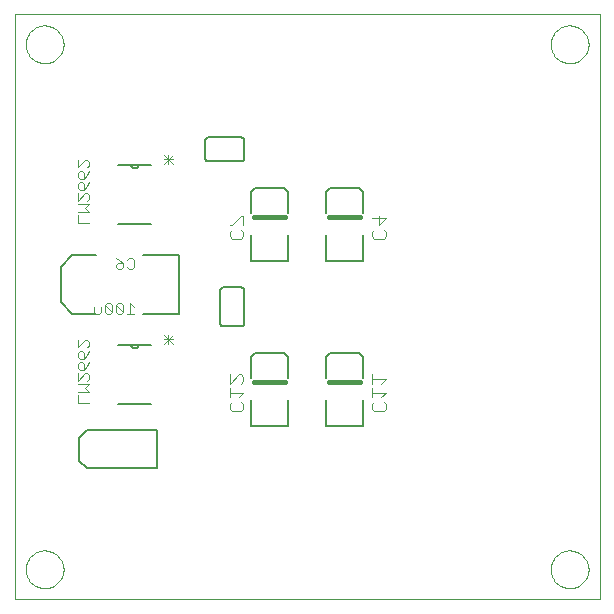
<source format=gbo>
G75*
%MOIN*%
%OFA0B0*%
%FSLAX24Y24*%
%IPPOS*%
%LPD*%
%AMOC8*
5,1,8,0,0,1.08239X$1,22.5*
%
%ADD10C,0.0000*%
%ADD11C,0.0030*%
%ADD12C,0.0060*%
%ADD13C,0.0050*%
%ADD14C,0.0080*%
%ADD15C,0.0157*%
%ADD16C,0.0040*%
D10*
X000100Y000100D02*
X000100Y019600D01*
X019600Y019600D01*
X019600Y000100D01*
X000100Y000100D01*
X000470Y001100D02*
X000472Y001150D01*
X000478Y001200D01*
X000488Y001249D01*
X000502Y001297D01*
X000519Y001344D01*
X000540Y001389D01*
X000565Y001433D01*
X000593Y001474D01*
X000625Y001513D01*
X000659Y001550D01*
X000696Y001584D01*
X000736Y001614D01*
X000778Y001641D01*
X000822Y001665D01*
X000868Y001686D01*
X000915Y001702D01*
X000963Y001715D01*
X001013Y001724D01*
X001062Y001729D01*
X001113Y001730D01*
X001163Y001727D01*
X001212Y001720D01*
X001261Y001709D01*
X001309Y001694D01*
X001355Y001676D01*
X001400Y001654D01*
X001443Y001628D01*
X001484Y001599D01*
X001523Y001567D01*
X001559Y001532D01*
X001591Y001494D01*
X001621Y001454D01*
X001648Y001411D01*
X001671Y001367D01*
X001690Y001321D01*
X001706Y001273D01*
X001718Y001224D01*
X001726Y001175D01*
X001730Y001125D01*
X001730Y001075D01*
X001726Y001025D01*
X001718Y000976D01*
X001706Y000927D01*
X001690Y000879D01*
X001671Y000833D01*
X001648Y000789D01*
X001621Y000746D01*
X001591Y000706D01*
X001559Y000668D01*
X001523Y000633D01*
X001484Y000601D01*
X001443Y000572D01*
X001400Y000546D01*
X001355Y000524D01*
X001309Y000506D01*
X001261Y000491D01*
X001212Y000480D01*
X001163Y000473D01*
X001113Y000470D01*
X001062Y000471D01*
X001013Y000476D01*
X000963Y000485D01*
X000915Y000498D01*
X000868Y000514D01*
X000822Y000535D01*
X000778Y000559D01*
X000736Y000586D01*
X000696Y000616D01*
X000659Y000650D01*
X000625Y000687D01*
X000593Y000726D01*
X000565Y000767D01*
X000540Y000811D01*
X000519Y000856D01*
X000502Y000903D01*
X000488Y000951D01*
X000478Y001000D01*
X000472Y001050D01*
X000470Y001100D01*
X000470Y018600D02*
X000472Y018650D01*
X000478Y018700D01*
X000488Y018749D01*
X000502Y018797D01*
X000519Y018844D01*
X000540Y018889D01*
X000565Y018933D01*
X000593Y018974D01*
X000625Y019013D01*
X000659Y019050D01*
X000696Y019084D01*
X000736Y019114D01*
X000778Y019141D01*
X000822Y019165D01*
X000868Y019186D01*
X000915Y019202D01*
X000963Y019215D01*
X001013Y019224D01*
X001062Y019229D01*
X001113Y019230D01*
X001163Y019227D01*
X001212Y019220D01*
X001261Y019209D01*
X001309Y019194D01*
X001355Y019176D01*
X001400Y019154D01*
X001443Y019128D01*
X001484Y019099D01*
X001523Y019067D01*
X001559Y019032D01*
X001591Y018994D01*
X001621Y018954D01*
X001648Y018911D01*
X001671Y018867D01*
X001690Y018821D01*
X001706Y018773D01*
X001718Y018724D01*
X001726Y018675D01*
X001730Y018625D01*
X001730Y018575D01*
X001726Y018525D01*
X001718Y018476D01*
X001706Y018427D01*
X001690Y018379D01*
X001671Y018333D01*
X001648Y018289D01*
X001621Y018246D01*
X001591Y018206D01*
X001559Y018168D01*
X001523Y018133D01*
X001484Y018101D01*
X001443Y018072D01*
X001400Y018046D01*
X001355Y018024D01*
X001309Y018006D01*
X001261Y017991D01*
X001212Y017980D01*
X001163Y017973D01*
X001113Y017970D01*
X001062Y017971D01*
X001013Y017976D01*
X000963Y017985D01*
X000915Y017998D01*
X000868Y018014D01*
X000822Y018035D01*
X000778Y018059D01*
X000736Y018086D01*
X000696Y018116D01*
X000659Y018150D01*
X000625Y018187D01*
X000593Y018226D01*
X000565Y018267D01*
X000540Y018311D01*
X000519Y018356D01*
X000502Y018403D01*
X000488Y018451D01*
X000478Y018500D01*
X000472Y018550D01*
X000470Y018600D01*
X017970Y018600D02*
X017972Y018650D01*
X017978Y018700D01*
X017988Y018749D01*
X018002Y018797D01*
X018019Y018844D01*
X018040Y018889D01*
X018065Y018933D01*
X018093Y018974D01*
X018125Y019013D01*
X018159Y019050D01*
X018196Y019084D01*
X018236Y019114D01*
X018278Y019141D01*
X018322Y019165D01*
X018368Y019186D01*
X018415Y019202D01*
X018463Y019215D01*
X018513Y019224D01*
X018562Y019229D01*
X018613Y019230D01*
X018663Y019227D01*
X018712Y019220D01*
X018761Y019209D01*
X018809Y019194D01*
X018855Y019176D01*
X018900Y019154D01*
X018943Y019128D01*
X018984Y019099D01*
X019023Y019067D01*
X019059Y019032D01*
X019091Y018994D01*
X019121Y018954D01*
X019148Y018911D01*
X019171Y018867D01*
X019190Y018821D01*
X019206Y018773D01*
X019218Y018724D01*
X019226Y018675D01*
X019230Y018625D01*
X019230Y018575D01*
X019226Y018525D01*
X019218Y018476D01*
X019206Y018427D01*
X019190Y018379D01*
X019171Y018333D01*
X019148Y018289D01*
X019121Y018246D01*
X019091Y018206D01*
X019059Y018168D01*
X019023Y018133D01*
X018984Y018101D01*
X018943Y018072D01*
X018900Y018046D01*
X018855Y018024D01*
X018809Y018006D01*
X018761Y017991D01*
X018712Y017980D01*
X018663Y017973D01*
X018613Y017970D01*
X018562Y017971D01*
X018513Y017976D01*
X018463Y017985D01*
X018415Y017998D01*
X018368Y018014D01*
X018322Y018035D01*
X018278Y018059D01*
X018236Y018086D01*
X018196Y018116D01*
X018159Y018150D01*
X018125Y018187D01*
X018093Y018226D01*
X018065Y018267D01*
X018040Y018311D01*
X018019Y018356D01*
X018002Y018403D01*
X017988Y018451D01*
X017978Y018500D01*
X017972Y018550D01*
X017970Y018600D01*
X017970Y001100D02*
X017972Y001150D01*
X017978Y001200D01*
X017988Y001249D01*
X018002Y001297D01*
X018019Y001344D01*
X018040Y001389D01*
X018065Y001433D01*
X018093Y001474D01*
X018125Y001513D01*
X018159Y001550D01*
X018196Y001584D01*
X018236Y001614D01*
X018278Y001641D01*
X018322Y001665D01*
X018368Y001686D01*
X018415Y001702D01*
X018463Y001715D01*
X018513Y001724D01*
X018562Y001729D01*
X018613Y001730D01*
X018663Y001727D01*
X018712Y001720D01*
X018761Y001709D01*
X018809Y001694D01*
X018855Y001676D01*
X018900Y001654D01*
X018943Y001628D01*
X018984Y001599D01*
X019023Y001567D01*
X019059Y001532D01*
X019091Y001494D01*
X019121Y001454D01*
X019148Y001411D01*
X019171Y001367D01*
X019190Y001321D01*
X019206Y001273D01*
X019218Y001224D01*
X019226Y001175D01*
X019230Y001125D01*
X019230Y001075D01*
X019226Y001025D01*
X019218Y000976D01*
X019206Y000927D01*
X019190Y000879D01*
X019171Y000833D01*
X019148Y000789D01*
X019121Y000746D01*
X019091Y000706D01*
X019059Y000668D01*
X019023Y000633D01*
X018984Y000601D01*
X018943Y000572D01*
X018900Y000546D01*
X018855Y000524D01*
X018809Y000506D01*
X018761Y000491D01*
X018712Y000480D01*
X018663Y000473D01*
X018613Y000470D01*
X018562Y000471D01*
X018513Y000476D01*
X018463Y000485D01*
X018415Y000498D01*
X018368Y000514D01*
X018322Y000535D01*
X018278Y000559D01*
X018236Y000586D01*
X018196Y000616D01*
X018159Y000650D01*
X018125Y000687D01*
X018093Y000726D01*
X018065Y000767D01*
X018040Y000811D01*
X018019Y000856D01*
X018002Y000903D01*
X017988Y000951D01*
X017978Y001000D01*
X017972Y001050D01*
X017970Y001100D01*
D11*
X005385Y008613D02*
X005071Y008927D01*
X005071Y008770D02*
X005385Y008770D01*
X005385Y008927D02*
X005071Y008613D01*
X005228Y008613D02*
X005228Y008927D01*
X004085Y009615D02*
X003838Y009615D01*
X003962Y009615D02*
X003962Y009985D01*
X004085Y009862D01*
X003717Y009924D02*
X003717Y009677D01*
X003470Y009924D01*
X003470Y009677D01*
X003532Y009615D01*
X003655Y009615D01*
X003717Y009677D01*
X003717Y009924D02*
X003655Y009985D01*
X003532Y009985D01*
X003470Y009924D01*
X003348Y009924D02*
X003348Y009677D01*
X003101Y009924D01*
X003101Y009677D01*
X003163Y009615D01*
X003287Y009615D01*
X003348Y009677D01*
X003348Y009924D02*
X003287Y009985D01*
X003163Y009985D01*
X003101Y009924D01*
X002980Y009862D02*
X002980Y009677D01*
X002918Y009615D01*
X002733Y009615D01*
X002733Y009862D01*
X002524Y008744D02*
X002585Y008682D01*
X002585Y008558D01*
X002524Y008497D01*
X002585Y008375D02*
X002524Y008252D01*
X002400Y008128D01*
X002400Y008314D01*
X002338Y008375D01*
X002277Y008375D01*
X002215Y008314D01*
X002215Y008190D01*
X002277Y008128D01*
X002400Y008128D01*
X002338Y008007D02*
X002400Y007945D01*
X002400Y007760D01*
X002277Y007760D01*
X002215Y007822D01*
X002215Y007945D01*
X002277Y008007D01*
X002338Y008007D01*
X002524Y007883D02*
X002400Y007760D01*
X002462Y007639D02*
X002524Y007639D01*
X002585Y007577D01*
X002585Y007453D01*
X002524Y007392D01*
X002585Y007270D02*
X002215Y007270D01*
X002215Y007392D02*
X002462Y007639D01*
X002215Y007639D02*
X002215Y007392D01*
X002462Y007147D02*
X002585Y007270D01*
X002462Y007147D02*
X002585Y007023D01*
X002215Y007023D01*
X002215Y006902D02*
X002215Y006655D01*
X002585Y006655D01*
X002524Y007883D02*
X002585Y008007D01*
X002215Y008497D02*
X002462Y008744D01*
X002524Y008744D01*
X002215Y008744D02*
X002215Y008497D01*
X003532Y011115D02*
X003470Y011177D01*
X003470Y011238D01*
X003532Y011300D01*
X003717Y011300D01*
X003717Y011177D01*
X003655Y011115D01*
X003532Y011115D01*
X003717Y011300D02*
X003593Y011424D01*
X003470Y011485D01*
X003838Y011424D02*
X003900Y011485D01*
X004023Y011485D01*
X004085Y011424D01*
X004085Y011177D01*
X004023Y011115D01*
X003900Y011115D01*
X003838Y011177D01*
X002585Y012655D02*
X002215Y012655D01*
X002215Y012902D01*
X002215Y013023D02*
X002585Y013023D01*
X002462Y013147D01*
X002585Y013270D01*
X002215Y013270D01*
X002215Y013392D02*
X002462Y013639D01*
X002524Y013639D01*
X002585Y013577D01*
X002585Y013453D01*
X002524Y013392D01*
X002215Y013392D02*
X002215Y013639D01*
X002277Y013760D02*
X002215Y013822D01*
X002215Y013945D01*
X002277Y014007D01*
X002338Y014007D01*
X002400Y013945D01*
X002400Y013760D01*
X002277Y013760D01*
X002400Y013760D02*
X002524Y013883D01*
X002585Y014007D01*
X002400Y014128D02*
X002400Y014314D01*
X002338Y014375D01*
X002277Y014375D01*
X002215Y014314D01*
X002215Y014190D01*
X002277Y014128D01*
X002400Y014128D01*
X002524Y014252D01*
X002585Y014375D01*
X002524Y014497D02*
X002585Y014558D01*
X002585Y014682D01*
X002524Y014744D01*
X002462Y014744D01*
X002215Y014497D01*
X002215Y014744D01*
X005071Y014770D02*
X005385Y014770D01*
X005385Y014613D02*
X005071Y014927D01*
X005228Y014927D02*
X005228Y014613D01*
X005071Y014613D02*
X005385Y014927D01*
D12*
X004640Y014580D02*
X004220Y014580D01*
X003560Y014580D01*
X003980Y014590D02*
X003981Y014569D01*
X003986Y014549D01*
X003994Y014529D01*
X004005Y014512D01*
X004019Y014496D01*
X004036Y014484D01*
X004054Y014474D01*
X004074Y014468D01*
X004095Y014465D01*
X004116Y014466D01*
X004136Y014471D01*
X004156Y014479D01*
X004173Y014490D01*
X004189Y014504D01*
X004201Y014521D01*
X004211Y014539D01*
X004217Y014559D01*
X004220Y014580D01*
X004640Y012620D02*
X003560Y012620D01*
X006450Y014800D02*
X006450Y015400D01*
X006452Y015417D01*
X006456Y015434D01*
X006463Y015450D01*
X006473Y015464D01*
X006486Y015477D01*
X006500Y015487D01*
X006516Y015494D01*
X006533Y015498D01*
X006550Y015500D01*
X007650Y015500D01*
X007667Y015498D01*
X007684Y015494D01*
X007700Y015487D01*
X007714Y015477D01*
X007727Y015464D01*
X007737Y015450D01*
X007744Y015434D01*
X007748Y015417D01*
X007750Y015400D01*
X007750Y014800D01*
X007748Y014783D01*
X007744Y014766D01*
X007737Y014750D01*
X007727Y014736D01*
X007714Y014723D01*
X007700Y014713D01*
X007684Y014706D01*
X007667Y014702D01*
X007650Y014700D01*
X006550Y014700D01*
X006533Y014702D01*
X006516Y014706D01*
X006500Y014713D01*
X006486Y014723D01*
X006473Y014736D01*
X006463Y014750D01*
X006456Y014766D01*
X006452Y014783D01*
X006450Y014800D01*
X007050Y010500D02*
X007650Y010500D01*
X007667Y010498D01*
X007684Y010494D01*
X007700Y010487D01*
X007714Y010477D01*
X007727Y010464D01*
X007737Y010450D01*
X007744Y010434D01*
X007748Y010417D01*
X007750Y010400D01*
X007750Y009300D01*
X007748Y009283D01*
X007744Y009266D01*
X007737Y009250D01*
X007727Y009236D01*
X007714Y009223D01*
X007700Y009213D01*
X007684Y009206D01*
X007667Y009202D01*
X007650Y009200D01*
X007050Y009200D01*
X007033Y009202D01*
X007016Y009206D01*
X007000Y009213D01*
X006986Y009223D01*
X006973Y009236D01*
X006963Y009250D01*
X006956Y009266D01*
X006952Y009283D01*
X006950Y009300D01*
X006950Y010400D01*
X006952Y010417D01*
X006956Y010434D01*
X006963Y010450D01*
X006973Y010464D01*
X006986Y010477D01*
X007000Y010487D01*
X007016Y010494D01*
X007033Y010498D01*
X007050Y010500D01*
X004640Y008580D02*
X004220Y008580D01*
X003560Y008580D01*
X003980Y008590D02*
X003981Y008569D01*
X003986Y008549D01*
X003994Y008529D01*
X004005Y008512D01*
X004019Y008496D01*
X004036Y008484D01*
X004054Y008474D01*
X004074Y008468D01*
X004095Y008465D01*
X004116Y008466D01*
X004136Y008471D01*
X004156Y008479D01*
X004173Y008490D01*
X004189Y008504D01*
X004201Y008521D01*
X004211Y008539D01*
X004217Y008559D01*
X004220Y008580D01*
X004640Y006620D02*
X003560Y006620D01*
D13*
X002498Y005730D02*
X002261Y005494D01*
X002261Y004706D01*
X002498Y004470D01*
X004860Y004470D01*
X004860Y005730D01*
X002498Y005730D01*
D14*
X002813Y009616D02*
X002025Y009616D01*
X001631Y010009D01*
X001631Y011191D01*
X002025Y011584D01*
X002813Y011584D01*
X004387Y011584D02*
X005569Y011584D01*
X005569Y009616D01*
X004387Y009616D01*
X007990Y008163D02*
X007990Y007494D01*
X007990Y008163D02*
X008128Y008320D01*
X009092Y008320D01*
X009210Y008163D01*
X009210Y007494D01*
X009210Y006746D02*
X009210Y005880D01*
X007970Y005880D01*
X007970Y006746D01*
X010470Y006746D02*
X010470Y005880D01*
X011710Y005880D01*
X011710Y006746D01*
X011710Y007494D02*
X011710Y008163D01*
X011592Y008320D01*
X010628Y008320D01*
X010490Y008163D01*
X010490Y007494D01*
X010470Y011380D02*
X011710Y011380D01*
X011710Y012246D01*
X011710Y012994D02*
X011710Y013663D01*
X011592Y013820D01*
X010628Y013820D01*
X010490Y013663D01*
X010490Y012994D01*
X010470Y012246D02*
X010470Y011380D01*
X009210Y011380D02*
X009210Y012246D01*
X009210Y012994D02*
X009210Y013663D01*
X009092Y013820D01*
X008128Y013820D01*
X007990Y013663D01*
X007990Y012994D01*
X007970Y012246D02*
X007970Y011380D01*
X009210Y011380D01*
D15*
X009116Y012840D02*
X008094Y012840D01*
X010594Y012840D02*
X011616Y012840D01*
X011616Y007340D02*
X010594Y007340D01*
X009116Y007340D02*
X008094Y007340D01*
D16*
X007724Y007368D02*
X007647Y007291D01*
X007724Y007368D02*
X007724Y007521D01*
X007647Y007598D01*
X007571Y007598D01*
X007264Y007291D01*
X007264Y007598D01*
X007264Y007137D02*
X007264Y006830D01*
X007264Y006984D02*
X007724Y006984D01*
X007571Y006830D01*
X007647Y006677D02*
X007724Y006600D01*
X007724Y006447D01*
X007647Y006370D01*
X007340Y006370D01*
X007264Y006447D01*
X007264Y006600D01*
X007340Y006677D01*
X012014Y006600D02*
X012014Y006447D01*
X012090Y006370D01*
X012397Y006370D01*
X012474Y006447D01*
X012474Y006600D01*
X012397Y006677D01*
X012321Y006830D02*
X012474Y006984D01*
X012014Y006984D01*
X012014Y007137D02*
X012014Y006830D01*
X012090Y006677D02*
X012014Y006600D01*
X012014Y007291D02*
X012014Y007598D01*
X012014Y007444D02*
X012474Y007444D01*
X012321Y007291D01*
X012397Y012120D02*
X012090Y012120D01*
X012014Y012197D01*
X012014Y012350D01*
X012090Y012427D01*
X012244Y012580D02*
X012244Y012887D01*
X012474Y012811D02*
X012244Y012580D01*
X012397Y012427D02*
X012474Y012350D01*
X012474Y012197D01*
X012397Y012120D01*
X012474Y012811D02*
X012014Y012811D01*
X007724Y012887D02*
X007724Y012580D01*
X007647Y012427D02*
X007724Y012350D01*
X007724Y012197D01*
X007647Y012120D01*
X007340Y012120D01*
X007264Y012197D01*
X007264Y012350D01*
X007340Y012427D01*
X007340Y012580D02*
X007264Y012580D01*
X007340Y012580D02*
X007647Y012887D01*
X007724Y012887D01*
M02*

</source>
